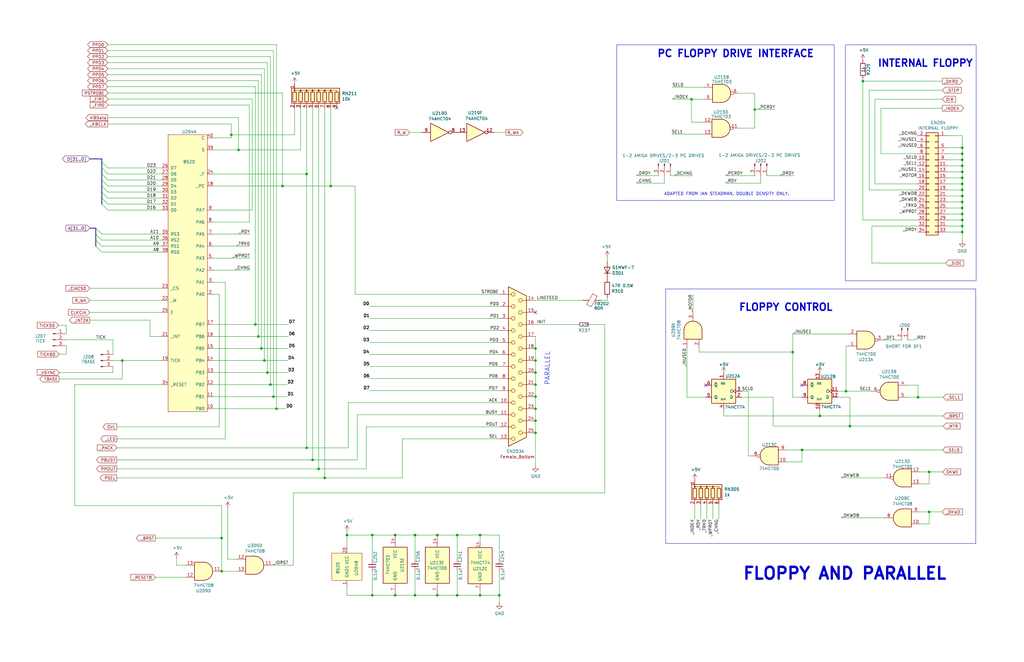
<source format=kicad_sch>
(kicad_sch (version 20231120) (generator "eeschema") (generator_version "8.0")
  (paper "B")
  (title_block (title "AMIGA PCI") (date "2025-01-11") (rev "5.0"))
  (junction (at 363.855 34.29))
  (junction (at 93.472 227.076))
  (junction (at 202.438 225.806))
  (junction (at 93.472 241.046))
  (junction (at 129.286 73.406))
  (junction (at 108.966 141.986))
  (junction (at 210.566 251.206))
  (junction (at 225.806 182.626))
  (junction (at 291.592 41.91))
  (junction (at 391.795 216.027))
  (junction (at 405.765 69.977))
  (junction (at 51.562 152.146))
  (junction (at 405.765 92.837))
  (junction (at 184.404 251.206))
  (junction (at 139.446 78.486))
  (junction (at 405.765 77.597))
  (junction (at 112.776 157.226))
  (junction (at 110.236 147.066))
  (junction (at 387.096 167.64))
  (junction (at 225.806 177.546))
  (junction (at 405.765 67.437))
  (junction (at 405.765 82.677))
  (junction (at 192.786 225.806))
  (junction (at 184.404 225.806))
  (junction (at 225.806 167.386))
  (junction (at 405.765 90.297))
  (junction (at 334.264 148.59))
  (junction (at 114.046 162.306))
  (junction (at 345.694 175.514))
  (junction (at 175.006 225.806))
  (junction (at 405.765 64.897))
  (junction (at 338.201 189.865))
  (junction (at 405.765 72.517))
  (junction (at 358.394 179.832))
  (junction (at 192.786 251.206))
  (junction (at 107.696 136.906))
  (junction (at 202.438 251.206))
  (junction (at 356.743 165.1))
  (junction (at 156.972 225.806))
  (junction (at 225.806 157.226))
  (junction (at 146.304 225.806))
  (junction (at 97.536 56.896))
  (junction (at 134.366 197.866))
  (junction (at 119.126 78.486))
  (junction (at 131.826 194.056))
  (junction (at 166.624 225.806))
  (junction (at 225.806 172.466))
  (junction (at 116.586 172.466))
  (junction (at 405.765 62.357))
  (junction (at 405.765 80.137))
  (junction (at 225.806 162.306))
  (junction (at 100.584 63.246))
  (junction (at 166.624 251.206))
  (junction (at 115.316 167.386))
  (junction (at 405.765 95.377))
  (junction (at 405.765 97.917))
  (junction (at 156.972 251.206))
  (junction (at 225.806 147.066))
  (junction (at 405.765 85.217))
  (junction (at 136.906 201.676))
  (junction (at 405.765 87.757))
  (junction (at 318.262 46.228))
  (junction (at 225.806 152.146))
  (junction (at 129.286 188.976))
  (junction (at 391.795 199.136))
  (junction (at 175.006 251.206))
  (junction (at 111.506 152.146))
  (junction (at 405.765 75.057))
  (no_connect (at 141.986 45.466))
  (no_connect (at 297.561 162.56))
  (no_connect (at 338.074 162.56))
  (no_connect (at 225.806 131.826))
  (bus_entry (at 45.466 75.946) (size -2.54 -2.54))
  (bus_entry (at 45.466 70.866) (size -2.54 -2.54))
  (bus_entry (at 45.466 86.106) (size -2.54 -2.54))
  (bus_entry (at 45.466 73.406) (size -2.54 -2.54))
  (bus_entry (at 42.926 98.806) (size -2.54 -2.54))
  (bus_entry (at 42.926 106.426) (size -2.54 -2.54))
  (bus_entry (at 45.466 88.646) (size -2.54 -2.54))
  (bus_entry (at 45.466 78.486) (size -2.54 -2.54))
  (bus_entry (at 42.926 103.886) (size -2.54 -2.54))
  (bus_entry (at 45.466 81.026) (size -2.54 -2.54))
  (bus_entry (at 42.926 101.346) (size -2.54 -2.54))
  (bus_entry (at 45.466 83.566) (size -2.54 -2.54))
  (wire (pts (xy 399.415 75.057) (xy 405.765 75.057)))
  (wire (pts (xy 358.394 179.832) (xy 326.009 179.832)))
  (wire (pts (xy 371.475 64.897) (xy 371.475 45.72)))
  (wire (pts (xy 283.21 56.642) (xy 296.418 56.642)))
  (wire (pts (xy 155.956 159.766) (xy 210.566 159.766)))
  (wire (pts (xy 280.162 74.168) (xy 280.162 77.343)))
  (wire (pts (xy 256.032 125.476) (xy 256.032 126.746)))
  (wire (pts (xy 280.162 77.343) (xy 268.351 77.343)))
  (wire (pts (xy 331.978 194.945) (xy 338.201 194.945)))
  (wire (pts (xy 45.466 23.876) (xy 114.046 23.876)))
  (wire (pts (xy 405.765 95.377) (xy 405.765 97.917)))
  (wire (pts (xy 27.94 145.923) (xy 27.432 145.923)))
  (bus (pts (xy 42.926 68.326) (xy 42.926 70.866)))
  (wire (pts (xy 123.698 208.026) (xy 255.016 208.026)))
  (wire (pts (xy 139.446 45.466) (xy 139.446 78.486)))
  (wire (pts (xy 45.466 70.866) (xy 68.326 70.866)))
  (wire (pts (xy 399.415 85.217) (xy 405.765 85.217)))
  (wire (pts (xy 154.432 180.086) (xy 154.432 197.866)))
  (wire (pts (xy 155.956 164.846) (xy 210.566 164.846)))
  (wire (pts (xy 89.916 58.166) (xy 97.536 58.166)))
  (wire (pts (xy 107.696 136.906) (xy 121.666 136.906)))
  (wire (pts (xy 110.236 147.066) (xy 89.916 147.066)))
  (wire (pts (xy 334.264 140.97) (xy 334.264 148.59)))
  (wire (pts (xy 334.264 167.64) (xy 334.264 148.59)))
  (wire (pts (xy 106.426 88.646) (xy 89.916 88.646)))
  (wire (pts (xy 399.415 82.677) (xy 405.765 82.677)))
  (wire (pts (xy 399.415 64.897) (xy 405.765 64.897)))
  (wire (pts (xy 45.466 34.036) (xy 108.966 34.036)))
  (wire (pts (xy 386.715 77.597) (xy 368.935 77.597)))
  (wire (pts (xy 382.778 143.51) (xy 385.699 143.51)))
  (wire (pts (xy 405.765 69.977) (xy 405.765 72.517)))
  (wire (pts (xy 97.536 58.166) (xy 97.536 56.896)))
  (wire (pts (xy 49.276 188.976) (xy 129.286 188.976)))
  (wire (pts (xy 124.206 56.896) (xy 97.536 56.896)))
  (wire (pts (xy 282.702 74.168) (xy 291.973 74.168)))
  (wire (pts (xy 24.892 159.893) (xy 51.562 159.893)))
  (wire (pts (xy 169.672 185.166) (xy 169.672 201.676)))
  (wire (pts (xy 213.36 55.88) (xy 208.28 55.88)))
  (wire (pts (xy 391.795 221.107) (xy 391.795 216.027)))
  (wire (pts (xy 108.966 34.036) (xy 108.966 141.986)))
  (wire (pts (xy 399.415 80.137) (xy 405.765 80.137)))
  (wire (pts (xy 105.156 44.323) (xy 45.593 44.323)))
  (wire (pts (xy 368.935 41.91) (xy 397.383 41.91)))
  (bus (pts (xy 37.846 96.266) (xy 40.386 96.266)))
  (wire (pts (xy 63.246 135.128) (xy 37.846 135.128)))
  (wire (pts (xy 47.625 152.146) (xy 51.562 152.146)))
  (wire (pts (xy 405.765 67.437) (xy 405.765 69.977)))
  (wire (pts (xy 311.658 54.102) (xy 318.262 54.102)))
  (wire (pts (xy 366.522 80.137) (xy 366.522 38.1)))
  (wire (pts (xy 300.609 212.725) (xy 300.609 219.075)))
  (wire (pts (xy 318.262 46.228) (xy 318.262 39.37)))
  (bus (pts (xy 40.386 101.346) (xy 40.386 103.886)))
  (wire (pts (xy 399.415 77.597) (xy 405.765 77.597)))
  (wire (pts (xy 45.466 73.406) (xy 68.326 73.406)))
  (wire (pts (xy 89.916 93.726) (xy 105.156 93.726)))
  (wire (pts (xy 124.206 45.466) (xy 124.206 56.896)))
  (wire (pts (xy 114.046 23.876) (xy 114.046 162.306)))
  (wire (pts (xy 65.532 227.076) (xy 93.472 227.076)))
  (wire (pts (xy 96.012 214.376) (xy 96.012 235.966)))
  (wire (pts (xy 405.765 72.517) (xy 405.765 75.057)))
  (wire (pts (xy 192.786 251.206) (xy 202.438 251.206)))
  (wire (pts (xy 326.009 179.832) (xy 326.009 167.64)))
  (wire (pts (xy 363.855 33.147) (xy 363.855 34.29)))
  (wire (pts (xy 97.536 56.896) (xy 97.536 52.324)))
  (wire (pts (xy 253.365 126.746) (xy 256.032 126.746)))
  (wire (pts (xy 42.926 106.426) (xy 68.326 106.426)))
  (wire (pts (xy 175.006 251.206) (xy 184.404 251.206)))
  (wire (pts (xy 334.264 148.59) (xy 294.767 148.59)))
  (wire (pts (xy 45.593 41.783) (xy 106.426 41.783)))
  (wire (pts (xy 225.806 167.386) (xy 225.806 172.466)))
  (wire (pts (xy 27.94 149.479) (xy 24.892 149.479)))
  (wire (pts (xy 146.812 169.926) (xy 146.812 188.976)))
  (wire (pts (xy 202.438 225.806) (xy 202.438 228.6)))
  (wire (pts (xy 386.715 64.897) (xy 371.475 64.897)))
  (wire (pts (xy 45.466 26.416) (xy 112.776 26.416)))
  (wire (pts (xy 27.94 140.843) (xy 27.432 140.843)))
  (wire (pts (xy 184.404 225.806) (xy 192.786 225.806)))
  (wire (pts (xy 146.304 251.206) (xy 146.304 247.396)))
  (wire (pts (xy 405.765 92.837) (xy 405.765 95.377)))
  (wire (pts (xy 315.595 192.405) (xy 316.738 192.405)))
  (wire (pts (xy 121.666 141.986) (xy 108.966 141.986)))
  (wire (pts (xy 318.262 74.168) (xy 305.943 74.168)))
  (wire (pts (xy 49.276 201.676) (xy 136.906 201.676)))
  (wire (pts (xy 318.262 39.37) (xy 311.912 39.37)))
  (wire (pts (xy 289.687 146.939) (xy 289.687 167.64)))
  (wire (pts (xy 97.536 52.324) (xy 45.466 52.324)))
  (wire (pts (xy 371.475 45.72) (xy 397.383 45.72)))
  (wire (pts (xy 169.672 201.676) (xy 136.906 201.676)))
  (wire (pts (xy 225.806 157.226) (xy 225.806 162.306)))
  (wire (pts (xy 387.096 167.64) (xy 397.764 167.64)))
  (wire (pts (xy 405.765 82.677) (xy 405.765 85.217)))
  (wire (pts (xy 74.422 235.585) (xy 74.422 238.506)))
  (wire (pts (xy 382.524 167.64) (xy 387.096 167.64)))
  (wire (pts (xy 68.326 75.946) (xy 45.466 75.946)))
  (wire (pts (xy 121.666 147.066) (xy 110.236 147.066)))
  (wire (pts (xy 353.314 167.64) (xy 358.394 167.64)))
  (wire (pts (xy 112.776 157.226) (xy 89.916 157.226)))
  (wire (pts (xy 399.415 69.977) (xy 405.765 69.977)))
  (wire (pts (xy 63.246 141.986) (xy 63.246 135.128)))
  (wire (pts (xy 116.586 18.796) (xy 116.586 172.466)))
  (wire (pts (xy 146.812 169.926) (xy 210.566 169.926)))
  (bus (pts (xy 42.926 83.566) (xy 42.926 86.106)))
  (wire (pts (xy 391.795 204.216) (xy 391.795 199.136)))
  (wire (pts (xy 338.201 189.865) (xy 397.51 189.865)))
  (wire (pts (xy 51.562 152.146) (xy 68.326 152.146)))
  (wire (pts (xy 166.624 251.206) (xy 175.006 251.206)))
  (wire (pts (xy 399.415 87.757) (xy 405.765 87.757)))
  (wire (pts (xy 405.765 64.897) (xy 405.765 67.437)))
  (wire (pts (xy 105.156 93.726) (xy 105.156 44.323)))
  (wire (pts (xy 172.72 55.88) (xy 177.8 55.88)))
  (wire (pts (xy 89.916 63.246) (xy 100.584 63.246)))
  (wire (pts (xy 312.801 165.1) (xy 315.595 165.1)))
  (wire (pts (xy 202.438 225.806) (xy 210.566 225.806)))
  (wire (pts (xy 45.466 78.486) (xy 68.326 78.486)))
  (wire (pts (xy 225.806 182.626) (xy 225.806 196.596)))
  (wire (pts (xy 149.733 78.486) (xy 149.733 124.206)))
  (bus (pts (xy 40.386 98.806) (xy 40.386 101.346)))
  (wire (pts (xy 318.262 46.228) (xy 318.262 54.102)))
  (wire (pts (xy 68.326 131.826) (xy 37.846 131.826)))
  (wire (pts (xy 156.972 241.3) (xy 156.972 251.206)))
  (wire (pts (xy 255.016 136.906) (xy 255.016 208.026)))
  (wire (pts (xy 42.926 101.346) (xy 68.326 101.346)))
  (wire (pts (xy 345.694 172.72) (xy 345.694 175.514)))
  (wire (pts (xy 192.786 225.806) (xy 202.438 225.806)))
  (wire (pts (xy 115.316 167.386) (xy 121.158 167.386)))
  (wire (pts (xy 154.432 197.866) (xy 134.366 197.866)))
  (wire (pts (xy 345.694 175.514) (xy 397.764 175.514)))
  (wire (pts (xy 291.592 41.91) (xy 291.592 51.562)))
  (wire (pts (xy 399.415 57.277) (xy 405.765 57.277)))
  (wire (pts (xy 89.916 114.046) (xy 105.41 114.046)))
  (wire (pts (xy 68.326 141.986) (xy 63.246 141.986)))
  (wire (pts (xy 399.415 72.517) (xy 405.765 72.517)))
  (wire (pts (xy 387.096 162.56) (xy 387.096 167.64)))
  (wire (pts (xy 399.415 90.297) (xy 405.765 90.297)))
  (wire (pts (xy 368.935 77.597) (xy 368.935 41.91)))
  (wire (pts (xy 92.456 180.086) (xy 92.456 124.206)))
  (wire (pts (xy 225.806 162.306) (xy 225.806 167.386)))
  (bus (pts (xy 42.926 75.946) (xy 42.926 78.486)))
  (wire (pts (xy 292.989 212.725) (xy 292.989 219.075)))
  (wire (pts (xy 225.806 172.466) (xy 225.806 177.546)))
  (wire (pts (xy 338.201 194.945) (xy 338.201 189.865)))
  (wire (pts (xy 155.956 154.686) (xy 210.566 154.686)))
  (wire (pts (xy 366.522 38.1) (xy 397.383 38.1)))
  (wire (pts (xy 294.767 148.59) (xy 294.767 146.939)))
  (wire (pts (xy 107.696 36.576) (xy 107.696 136.906)))
  (wire (pts (xy 134.366 45.466) (xy 134.366 197.866)))
  (wire (pts (xy 175.006 235.966) (xy 175.006 225.806)))
  (wire (pts (xy 354.711 201.676) (xy 372.872 201.676)))
  (wire (pts (xy 386.715 95.377) (xy 367.665 95.377)))
  (wire (pts (xy 248.793 136.906) (xy 255.016 136.906)))
  (wire (pts (xy 405.765 62.357) (xy 405.765 64.897)))
  (wire (pts (xy 320.802 74.168) (xy 320.802 77.343)))
  (wire (pts (xy 399.415 97.917) (xy 405.765 97.917)))
  (wire (pts (xy 356.743 146.05) (xy 356.743 165.1)))
  (wire (pts (xy 92.456 124.206) (xy 89.916 124.206)))
  (wire (pts (xy 126.746 45.466) (xy 126.746 63.246)))
  (wire (pts (xy 94.996 185.166) (xy 49.276 185.166)))
  (wire (pts (xy 388.112 221.107) (xy 391.795 221.107)))
  (wire (pts (xy 111.506 152.146) (xy 121.412 152.146)))
  (wire (pts (xy 108.966 141.986) (xy 89.916 141.986)))
  (wire (pts (xy 45.466 28.956) (xy 111.506 28.956)))
  (wire (pts (xy 175.006 241.046) (xy 175.006 251.206)))
  (wire (pts (xy 367.665 95.377) (xy 367.665 110.998)))
  (wire (pts (xy 156.972 225.806) (xy 166.624 225.806)))
  (wire (pts (xy 99.822 235.966) (xy 96.012 235.966)))
  (wire (pts (xy 123.698 238.506) (xy 123.698 208.026)))
  (wire (pts (xy 27.432 143.383) (xy 47.625 143.383)))
  (wire (pts (xy 129.286 73.406) (xy 129.286 188.976)))
  (wire (pts (xy 175.006 225.806) (xy 184.404 225.806)))
  (wire (pts (xy 45.466 88.646) (xy 68.326 88.646)))
  (wire (pts (xy 298.069 212.725) (xy 298.069 219.075)))
  (wire (pts (xy 68.326 81.026) (xy 45.466 81.026)))
  (wire (pts (xy 27.94 149.479) (xy 27.94 145.923)))
  (wire (pts (xy 93.472 227.076) (xy 93.472 241.046)))
  (wire (pts (xy 156.972 236.22) (xy 156.972 225.806)))
  (wire (pts (xy 93.472 241.046) (xy 99.822 241.046)))
  (wire (pts (xy 25.019 157.226) (xy 47.625 157.226)))
  (wire (pts (xy 155.956 134.366) (xy 210.566 134.366)))
  (wire (pts (xy 192.786 241.046) (xy 192.786 251.206)))
  (bus (pts (xy 40.386 96.266) (xy 40.386 98.806)))
  (wire (pts (xy 225.806 152.146) (xy 225.806 157.226)))
  (wire (pts (xy 93.472 213.36) (xy 31.496 213.36)))
  (wire (pts (xy 225.806 147.066) (xy 225.806 152.146)))
  (wire (pts (xy 45.593 39.243) (xy 119.126 39.243)))
  (wire (pts (xy 114.046 162.306) (xy 89.916 162.306)))
  (wire (pts (xy 112.776 157.226) (xy 121.412 157.226)))
  (wire (pts (xy 131.826 45.466) (xy 131.826 194.056)))
  (wire (pts (xy 405.765 97.917) (xy 405.765 101.727)))
  (wire (pts (xy 31.496 162.306) (xy 68.326 162.306)))
  (wire (pts (xy 291.592 51.562) (xy 296.418 51.562)))
  (wire (pts (xy 27.94 137.287) (xy 27.94 140.843)))
  (wire (pts (xy 166.624 225.806) (xy 175.006 225.806)))
  (wire (pts (xy 156.972 251.206) (xy 166.624 251.206)))
  (wire (pts (xy 391.795 216.027) (xy 388.112 216.027)))
  (wire (pts (xy 49.276 197.866) (xy 134.366 197.866)))
  (wire (pts (xy 399.415 62.357) (xy 405.765 62.357)))
  (wire (pts (xy 27.94 137.287) (xy 24.638 137.287)))
  (wire (pts (xy 210.566 254.508) (xy 210.566 251.206)))
  (wire (pts (xy 405.765 87.757) (xy 405.765 90.297)))
  (wire (pts (xy 146.812 188.976) (xy 129.286 188.976)))
  (wire (pts (xy 47.625 157.226) (xy 47.625 154.686)))
  (wire (pts (xy 334.899 74.168) (xy 323.342 74.168)))
  (wire (pts (xy 256.032 108.458) (xy 256.032 110.236)))
  (wire (pts (xy 149.733 124.206) (xy 210.566 124.206)))
  (wire (pts (xy 386.715 80.137) (xy 366.522 80.137)))
  (wire (pts (xy 45.466 31.496) (xy 110.236 31.496)))
  (wire (pts (xy 31.496 213.36) (xy 31.496 162.306)))
  (wire (pts (xy 116.586 172.466) (xy 89.916 172.466)))
  (wire (pts (xy 89.916 119.126) (xy 94.996 119.126)))
  (wire (pts (xy 405.765 77.597) (xy 405.765 80.137)))
  (wire (pts (xy 115.316 167.386) (xy 89.916 167.386)))
  (wire (pts (xy 399.415 67.437) (xy 405.765 67.437)))
  (wire (pts (xy 116.586 172.466) (xy 120.65 172.466)))
  (wire (pts (xy 37.846 121.666) (xy 68.326 121.666)))
  (wire (pts (xy 45.466 83.566) (xy 68.326 83.566)))
  (wire (pts (xy 363.855 34.29) (xy 397.383 34.29)))
  (wire (pts (xy 107.696 136.906) (xy 89.916 136.906)))
  (wire (pts (xy 353.314 165.1) (xy 356.743 165.1)))
  (wire (pts (xy 372.745 143.51) (xy 380.238 143.51)))
  (wire (pts (xy 42.926 98.806) (xy 68.326 98.806)))
  (wire (pts (xy 51.562 159.893) (xy 51.562 152.146)))
  (wire (pts (xy 49.276 180.086) (xy 92.456 180.086)))
  (wire (pts (xy 225.806 136.906) (xy 243.713 136.906)))
  (wire (pts (xy 155.829 129.286) (xy 210.566 129.286)))
  (wire (pts (xy 382.524 162.56) (xy 387.096 162.56)))
  (wire (pts (xy 295.529 212.725) (xy 295.529 219.075)))
  (wire (pts (xy 169.672 185.166) (xy 210.566 185.166)))
  (wire (pts (xy 150.622 175.006) (xy 210.566 175.006)))
  (wire (pts (xy 89.916 152.146) (xy 111.506 152.146)))
  (wire (pts (xy 202.438 251.206) (xy 210.566 251.206)))
  (wire (pts (xy 225.806 141.986) (xy 225.806 147.066)))
  (wire (pts (xy 331.978 189.865) (xy 338.201 189.865)))
  (wire (pts (xy 225.806 177.546) (xy 225.806 182.626)))
  (bus (pts (xy 42.926 73.406) (xy 42.926 75.946)))
  (wire (pts (xy 388.112 199.136) (xy 391.795 199.136)))
  (wire (pts (xy 210.566 235.966) (xy 210.566 225.806)))
  (wire (pts (xy 156.972 225.806) (xy 146.304 225.806)))
  (wire (pts (xy 405.765 75.057) (xy 405.765 77.597)))
  (wire (pts (xy 115.316 21.336) (xy 115.316 167.386)))
  (wire (pts (xy 305.181 175.514) (xy 345.694 175.514)))
  (wire (pts (xy 283.464 41.91) (xy 291.592 41.91)))
  (wire (pts (xy 112.776 26.416) (xy 112.776 157.226)))
  (wire (pts (xy 268.351 74.168) (xy 277.622 74.168)))
  (wire (pts (xy 292.227 124.206) (xy 292.227 131.699)))
  (wire (pts (xy 397.256 216.027) (xy 391.795 216.027)))
  (wire (pts (xy 89.916 78.486) (xy 119.126 78.486)))
  (wire (pts (xy 405.765 90.297) (xy 405.765 92.837)))
  (wire (pts (xy 356.743 146.05) (xy 357.505 146.05)))
  (wire (pts (xy 146.304 225.806) (xy 146.304 230.886)))
  (wire (pts (xy 399.415 95.377) (xy 405.765 95.377)))
  (wire (pts (xy 318.262 46.228) (xy 326.898 46.228)))
  (bus (pts (xy 42.926 81.026) (xy 42.926 83.566)))
  (wire (pts (xy 45.466 36.576) (xy 107.696 36.576)))
  (bus (pts (xy 42.926 78.486) (xy 42.926 81.026)))
  (wire (pts (xy 338.074 167.64) (xy 334.264 167.64)))
  (wire (pts (xy 45.466 18.796) (xy 116.586 18.796)))
  (wire (pts (xy 296.672 41.91) (xy 291.592 41.91)))
  (wire (pts (xy 289.687 167.64) (xy 297.561 167.64)))
  (wire (pts (xy 358.394 179.832) (xy 397.764 179.832)))
  (wire (pts (xy 106.426 41.783) (xy 106.426 88.646)))
  (wire (pts (xy 315.595 165.1) (xy 315.595 192.405)))
  (wire (pts (xy 399.415 92.837) (xy 405.765 92.837)))
  (wire (pts (xy 94.996 119.126) (xy 94.996 185.166)))
  (wire (pts (xy 139.446 78.486) (xy 149.733 78.486)))
  (wire (pts (xy 225.806 126.746) (xy 245.745 126.746)))
  (wire (pts (xy 68.326 86.106) (xy 45.466 86.106)))
  (wire (pts (xy 405.765 57.277) (xy 405.765 62.357)))
  (wire (pts (xy 74.422 238.506) (xy 78.232 238.506)))
  (wire (pts (xy 110.236 31.496) (xy 110.236 147.066)))
  (wire (pts (xy 320.802 77.343) (xy 305.943 77.343)))
  (wire (pts (xy 202.438 251.206) (xy 202.438 248.92)))
  (bus (pts (xy 42.926 70.866) (xy 42.926 73.406)))
  (wire (pts (xy 89.916 103.886) (xy 105.41 103.886)))
  (wire (pts (xy 136.906 45.466) (xy 136.906 201.676)))
  (wire (pts (xy 150.622 194.056) (xy 131.826 194.056)))
  (wire (pts (xy 89.916 73.406) (xy 129.286 73.406)))
  (wire (pts (xy 356.743 165.1) (xy 367.284 165.1)))
  (wire (pts (xy 303.149 212.725) (xy 303.149 219.075)))
  (wire (pts (xy 100.584 63.246) (xy 100.584 49.657)))
  (wire (pts (xy 155.829 139.446) (xy 210.566 139.446)))
  (wire (pts (xy 367.665 110.998) (xy 398.78 110.998)))
  (wire (pts (xy 388.112 204.216) (xy 391.795 204.216)))
  (wire (pts (xy 119.126 39.243) (xy 119.126 78.486)))
  (wire (pts (xy 45.466 49.657) (xy 100.584 49.657)))
  (wire (pts (xy 45.466 21.336) (xy 115.316 21.336)))
  (wire (pts (xy 115.062 238.506) (xy 123.698 238.506)))
  (wire (pts (xy 65.532 243.586) (xy 78.232 243.586)))
  (wire (pts (xy 210.566 241.046) (xy 210.566 251.206)))
  (wire (pts (xy 156.972 251.206) (xy 146.304 251.206)))
  (wire (pts (xy 405.765 80.137) (xy 405.765 82.677)))
  (wire (pts (xy 192.786 235.966) (xy 192.786 225.806)))
  (wire (pts (xy 334.264 140.97) (xy 357.505 140.97)))
  (wire (pts (xy 386.715 92.837) (xy 363.855 92.837)))
  (wire (pts (xy 305.181 175.514) (xy 305.181 172.72)))
  (wire (pts (xy 326.009 167.64) (xy 312.801 167.64)))
  (wire (pts (xy 119.126 78.486) (xy 139.446 78.486)))
  (wire (pts (xy 391.795 199.136) (xy 397.51 199.136)))
  (wire (pts (xy 405.765 85.217) (xy 405.765 87.757)))
  (wire (pts (xy 358.394 167.64) (xy 358.394 179.832)))
  (wire (pts (xy 155.829 149.606) (xy 210.566 149.606)))
  (wire (pts (xy 184.404 251.206) (xy 192.786 251.206)))
  (bus (pts (xy 42.926 67.056) (xy 37.846 67.056)))
  (wire (pts (xy 89.916 98.806) (xy 105.41 98.806)))
  (wire (pts (xy 111.506 28.956) (xy 111.506 152.146)))
  (wire (pts (xy 155.829 144.526) (xy 210.566 144.526)))
  (bus (pts (xy 42.926 67.056) (xy 42.926 68.326)))
  (wire (pts (xy 47.625 143.383) (xy 47.625 149.606)))
  (wire (pts (xy 154.432 180.086) (xy 210.566 180.086)))
  (wire (pts (xy 49.276 194.056) (xy 131.826 194.056)))
  (wire (pts (xy 100.584 63.246) (xy 126.746 63.246)))
  (wire (pts (xy 89.916 108.966) (xy 105.41 108.966)))
  (wire (pts (xy 37.846 126.746) (xy 68.326 126.746)))
  (wire (pts (xy 283.464 36.83) (xy 296.672 36.83)))
  (wire (pts (xy 93.472 227.076) (xy 93.472 213.36)))
  (wire (pts (xy 129.286 45.466) (xy 129.286 73.406)))
  (wire (pts (xy 150.622 175.006) (xy 150.622 194.056)))
  (wire (pts (xy 363.855 34.29) (xy 363.855 92.837)))
  (wire (pts (xy 68.326 103.886) (xy 42.926 103.886)))
  (wire (pts (xy 114.046 162.306) (xy 121.158 162.306)))
  (wire (pts (xy 354.711 218.567) (xy 372.872 218.567)))
  (wire (pts (xy 146.304 224.282) (xy 146.304 225.806)))
  (rectangle (start 280.67 121.92) (end 411.48 229.362))
  (rectangle (start 260.096 18.923) (end 351.79 84.582))
  (rectangle (start 356.489 18.923) (end 411.607 118.491))
  (text "FLOPPY AND PARALLEL" (at 312.928 245.11 0) (effects (font (size 5.0038 5.0038) (thickness 1.0008) (bold yes)) (justify left bottom)))
  (text "PC FLOPPY DRIVE INTERFACE" (at 276.987 24.511 0) (effects (font (size 3 3) (thickness 0.6) (bold yes)) (justify left bottom)))
  (text "ADAPTED FROM IAN STEADMAN. DOUBLE DENSITY ONLY." (at 280.035 82.677 0) (effects (font (size 1.27 1.27)) (justify left bottom)))
  (text "INTERNAL FLOPPY" (at 369.951 28.575 0) (effects (font (size 3 3) (thickness 0.6) (bold yes)) (justify left bottom)))
  (text "PARALLEL" (at 232.029 148.336 90) (effects (font (size 2.0066 2.0066)) (justify right bottom)))
  (text "FLOPPY CONTROL" (at 311.404 131.572 0) (effects (font (size 3 3) (bold yes)) (justify left bottom)))
  (label "D1" (at 155.956 134.366 180) (effects (font (bold yes))))
  (label "D4" (at 155.829 149.606 180) (effects (font (bold yes))))
  (label "_TRK0" (at 386.715 87.757 180))
  (label "_TRK0" (at 298.069 219.075 270))
  (label "_INDEX" (at 283.464 41.91 0))
  (label "LINEFEED" (at 226.314 126.746 0))
  (label "D2" (at 155.829 139.446 180) (effects (font (bold yes))))
  (label "SEL1" (at 367.284 165.1 180))
  (label "_DRDY" (at 386.715 97.917 180))
  (label "_SEL1" (at 386.715 69.977 180))
  (label "D7" (at 121.666 136.906 0) (effects (font (bold yes))))
  (label "PD1" (at 210.566 134.366 180))
  (label "A10" (at 67.056 101.346 180) (effects (font (size 1.2954 1.2954))))
  (label "D20" (at 65.786 78.486 180) (effects (font (size 1.2954 1.2954))))
  (label "PD6" (at 210.058 159.766 180))
  (label "_IORST" (at 115.062 238.506 0))
  (label "D21" (at 65.786 75.946 180) (effects (font (size 1.2954 1.2954))))
  (label "D3" (at 121.412 157.226 0) (effects (font (bold yes))))
  (label "SEL" (at 209.804 185.166 180))
  (label "_CHNG" (at 105.41 114.046 180))
  (label "_DRDY" (at 268.351 74.168 0))
  (label "PD7" (at 209.931 164.846 180))
  (label "D16" (at 65.786 88.646 180) (effects (font (size 1.2954 1.2954))))
  (label "D2" (at 121.158 162.306 0) (effects (font (bold yes))))
  (label "_DKWEB" (at 354.711 201.676 0))
  (label "A9" (at 67.056 103.886 180) (effects (font (size 1.2954 1.2954))))
  (label "_MOTOR" (at 292.227 124.206 270))
  (label "_WPROT" (at 300.609 219.075 270))
  (label "BUSY" (at 209.804 175.006 180))
  (label "PD2" (at 210.566 139.446 180))
  (label "D6" (at 121.666 141.986 0) (effects (font (bold yes))))
  (label "PD3" (at 210.312 144.526 180))
  (label "_MOTOR" (at 386.715 75.057 180))
  (label "_RDY" (at 305.943 77.343 0))
  (label "PD5" (at 210.058 154.686 180))
  (label "_RDY" (at 295.529 219.075 270))
  (label "_INUSE1" (at 386.715 59.817 180))
  (label "_SEL0" (at 386.715 67.437 180))
  (label "STROBE" (at 210.312 124.206 180))
  (label "_DCHNG" (at 386.715 57.277 180))
  (label "D0" (at 155.829 129.286 180) (effects (font (bold yes))))
  (label "PD0" (at 210.439 129.286 180))
  (label "_INUSE1" (at 386.715 72.517 180))
  (label "_CHNG" (at 303.149 219.075 270))
  (label "D4" (at 121.412 152.146 0) (effects (font (bold yes))))
  (label "_DCHNG" (at 291.973 74.168 180))
  (label "_INUSE0" (at 386.715 62.357 180))
  (label "_INDEX" (at 292.989 219.075 270))
  (label "INIT" (at 226.314 136.906 0))
  (label "D5" (at 121.666 147.066 0) (effects (font (bold yes))))
  (label "_DKWEB" (at 386.715 85.217 180))
  (label "D22" (at 65.786 73.406 180) (effects (font (size 1.2954 1.2954))))
  (label "D19" (at 65.786 81.026 180) (effects (font (size 1.2954 1.2954))))
  (label "_WPROT" (at 105.41 108.966 180))
  (label "_INUSE0" (at 289.687 146.939 270))
  (label "_PCRDY" (at 326.898 46.228 180))
  (label "_DKWDB" (at 354.711 218.567 0))
  (label "A11" (at 67.056 98.806 180) (effects (font (size 1.2954 1.2954))))
  (label "_WPROT" (at 386.715 90.297 180))
  (label "D23" (at 65.786 70.866 180) (effects (font (size 1.2954 1.2954))))
  (label "SEL0" (at 312.801 165.1 0))
  (label "_DRDY" (at 334.899 74.168 180))
  (label "_CHNG" (at 268.351 77.343 0))
  (label "_RDY" (at 105.41 98.806 180))
  (label "D0" (at 120.65 172.466 0) (effects (font (bold yes))))
  (label "PD4" (at 210.185 149.606 180))
  (label "_INUSE1" (at 334.264 140.97 0))
  (label "POUT" (at 209.931 180.086 180))
  (label "D17" (at 65.786 86.106 180) (effects (font (size 1.2954 1.2954))))
  (label "D1" (at 121.158 167.386 0) (effects (font (bold yes))))
  (label "D18" (at 65.786 83.566 180) (effects (font (size 1.2954 1.2954))))
  (label "A8" (at 67.056 106.426 180) (effects (font (size 1.2954 1.2954))))
  (label "D3" (at 155.829 144.526 180) (effects (font (bold yes))))
  (label "SEL0" (at 283.464 36.83 0))
  (label "TICK" (at 44.704 143.383 180))
  (label "_TRK0" (at 105.41 103.886 180))
  (label "_RDY" (at 385.699 143.51 0))
  (label "SEL1" (at 283.21 56.642 0))
  (label "D7" (at 155.956 164.846 180) (effects (font (bold yes))))
  (label "_PCRDY" (at 305.943 74.168 0))
  (label "_DF1" (at 372.745 143.51 0))
  (label "ACK" (at 209.931 169.926 180))
  (label "D5" (at 155.956 154.686 180) (effects (font (bold yes))))
  (label "_DKWDB" (at 386.715 82.677 180))
  (label "D6" (at 155.956 159.766 180) (effects (font (bold yes))))
  (global_label "PPOUT" (shape output) (at 49.276 197.866 180) (property "Intersheetrefs" "${INTERSHEET_REFS}" (at 40.2016 197.866 0) (effects (justify right))))
  (global_label "_VSYNC" (shape input) (at 25.019 157.226 180) (property "Intersheetrefs" "${INTERSHEET_REFS}" (at 20.32 154.813 0) (effects (justify right))))
  (global_label "PPD0" (shape bidirectional) (at 45.466 18.796 180) (property "Intersheetrefs" "${INTERSHEET_REFS}" (at 36.4294 18.796 0) (effects (justify right))))
  (global_label "PPD5" (shape bidirectional) (at 45.466 31.496 180) (property "Intersheetrefs" "${INTERSHEET_REFS}" (at 36.4294 31.496 0) (effects (justify right))))
  (global_label "PPD3" (shape bidirectional) (at 45.466 26.416 180) (property "Intersheetrefs" "${INTERSHEET_REFS}" (at 36.4294 26.416 0) (effects (justify right))))
  (global_label "_FIR1" (shape input) (at 45.593 41.783 180) (property "Intersheetrefs" "${INTERSHEET_REFS}" (at 37.5467 41.783 0) (effects (justify right))))
  (global_label "TBASE" (shape output) (at 24.892 159.893 180) (property "Intersheetrefs" "${INTERSHEET_REFS}" (at 16.3015 159.893 0) (effects (justify right))))
  (global_label "PPD2" (shape bidirectional) (at 45.466 23.876 180) (property "Intersheetrefs" "${INTERSHEET_REFS}" (at 36.4294 23.876 0) (effects (justify right))))
  (global_label "TICK50" (shape input) (at 24.638 137.287 180) (property "Intersheetrefs" "${INTERSHEET_REFS}" (at 17.018 137.287 0) (effects (justify right))))
  (global_label "_SEL1" (shape input) (at 397.764 167.64 0) (property "Intersheetrefs" "${INTERSHEET_REFS}" (at 406.2335 167.64 0) (effects (justify left))))
  (global_label "_INDEX" (shape output) (at 397.383 45.72 0) (property "Intersheetrefs" "${INTERSHEET_REFS}" (at 406.8202 45.72 0) (effects (justify left))))
  (global_label "_STEP" (shape input) (at 397.383 38.1 0) (property "Intersheetrefs" "${INTERSHEET_REFS}" (at 405.8525 38.1 0) (effects (justify left))))
  (global_label "_CIACS0" (shape input) (at 37.846 121.666 180) (property "Intersheetrefs" "${INTERSHEET_REFS}" (at 27.2408 121.666 0) (effects (justify right))))
  (global_label "_LED" (shape output) (at 49.276 185.166 180) (property "Intersheetrefs" "${INTERSHEET_REFS}" (at 41.9555 185.166 0) (effects (justify right))))
  (global_label "_RESETB" (shape input) (at 65.532 243.586 180) (property "Intersheetrefs" "${INTERSHEET_REFS}" (at 54.5641 243.586 0) (effects (justify right))))
  (global_label "DIR" (shape input) (at 397.383 41.91 0) (property "Intersheetrefs" "${INTERSHEET_REFS}" (at 403.4336 41.91 0) (effects (justify left))))
  (global_label "A[31..0]" (shape input) (at 37.846 96.266 180) (property "Intersheetrefs" "${INTERSHEET_REFS}" (at 40.005 93.345 0) (effects (justify right))))
  (global_label "_SEL0" (shape input) (at 397.51 189.865 0) (property "Intersheetrefs" "${INTERSHEET_REFS}" (at 405.9795 189.865 0) (effects (justify left))))
  (global_label "_DKRD" (shape output) (at 397.383 34.29 0) (property "Intersheetrefs" "${INTERSHEET_REFS}" (at 406.3364 34.29 0) (effects (justify left))))
  (global_label "_PACK" (shape input) (at 49.276 188.976 180) (property "Intersheetrefs" "${INTERSHEET_REFS}" (at 40.504 188.976 0) (effects (justify right))))
  (global_label "_INT2A" (shape output) (at 37.846 135.128 180) (property "Intersheetrefs" "${INTERSHEET_REFS}" (at 28.6922 135.128 0) (effects (justify right))))
  (global_label "_BRST" (shape output) (at 65.532 227.076 180) (property "Intersheetrefs" "${INTERSHEET_REFS}" (at 56.9415 227.076 0) (effects (justify right))))
  (global_label "_KBCLK" (shape output) (at 45.466 52.324 180) (property "Intersheetrefs" "${INTERSHEET_REFS}" (at 35.4845 52.324 0) (effects (justify right))))
  (global_label "PPD4" (shape bidirectional) (at 45.466 28.956 180) (property "Intersheetrefs" "${INTERSHEET_REFS}" (at 36.4294 28.956 0) (effects (justify right))))
  (global_label "PPD1" (shape bidirectional) (at 45.466 21.336 180) (property "Intersheetrefs" "${INTERSHEET_REFS}" (at 36.4294 21.336 0) (effects (justify right))))
  (global_label "PBUSY" (shape output) (at 49.276 194.056 180) (property "Intersheetrefs" "${INTERSHEET_REFS}" (at 40.2016 194.056 0) (effects (justify right))))
  (global_label "D[31..0]" (shape bidirectional) (at 37.846 67.056 180) (effects (font (size 1.2954 1.2954))) (property "Intersheetrefs" "${INTERSHEET_REFS}" (at 42.545 64.008 0) (effects (justify right))))
  (global_label "R_WA" (shape output) (at 213.36 55.88 0) (property "Intersheetrefs" "${INTERSHEET_REFS}" (at 221.488 56.134 0) (effects (justify left))))
  (global_label "_SIDE" (shape input) (at 398.78 110.998 0) (property "Intersheetrefs" "${INTERSHEET_REFS}" (at 406.8867 110.998 0) (effects (justify left))))
  (global_label "TICK60" (shape input) (at 24.892 149.479 180) (property "Intersheetrefs" "${INTERSHEET_REFS}" (at 17.526 149.479 0) (effects (justify right))))
  (global_label "PSEL" (shape output) (at 49.276 201.676 180) (property "Intersheetrefs" "${INTERSHEET_REFS}" (at 41.7136 201.676 0) (effects (justify right))))
  (global_label "_DKWD" (shape input) (at 397.256 216.027 0) (property "Intersheetrefs" "${INTERSHEET_REFS}" (at 406.3908 216.027 0) (effects (justify left))))
  (global_label "PPD7" (shape bidirectional) (at 45.466 36.576 180) (property "Intersheetrefs" "${INTERSHEET_REFS}" (at 36.4294 36.576 0) (effects (justify right))))
  (global_label "CLKCIA" (shape input) (at 37.846 131.826 180) (property "Intersheetrefs" "${INTERSHEET_REFS}" (at 28.4087 131.826 0) (effects (justify right))))
  (global_label "R_W" (shape input) (at 172.72 55.88 180) (property "Intersheetrefs" "${INTERSHEET_REFS}" (at 166.624 55.88 0) (effects (justify right))))
  (global_label "PPD6" (shape bidirectional) (at 45.466 34.036 180) (property "Intersheetrefs" "${INTERSHEET_REFS}" (at 36.4294 34.036 0) (effects (justify right))))
  (global_label "OVL" (shape output) (at 49.276 180.086 180) (property "Intersheetrefs" "${INTERSHEET_REFS}" (at 42.923 180.086 0) (effects (justify right))))
  (global_label "_MTR" (shape input) (at 397.764 179.832 0) (property "Intersheetrefs" "${INTERSHEET_REFS}" (at 405.3264 179.832 0) (effects (justify left))))
  (global_label "DKWE" (shape input) (at 397.51 199.136 0) (property "Intersheetrefs" "${INTERSHEET_REFS}" (at 405.5562 199.136 0) (effects (justify left))))
  (global_label "KBData" (shape output) (at 45.466 49.657 180) (property "Intersheetrefs" "${INTERSHEET_REFS}" (at 35.7265 49.657 0) (effects (justify right))))
  (global_label "R_WA" (shape input) (at 37.846 126.746 180) (property "Intersheetrefs" "${INTERSHEET_REFS}" (at 31.75 126.746 0) (effects (justify right))))
  (global_label "_FIR0" (shape input) (at 45.593 44.323 180) (property "Intersheetrefs" "${INTERSHEET_REFS}" (at 37.5467 44.323 0) (effects (justify right))))
  (global_label "PSTROBE" (shape input) (at 45.593 39.243 180) (property "Intersheetrefs" "${INTERSHEET_REFS}" (at 34.2206 39.243 0) (effects (justify right))))
  (global_label "_BRST" (shape input) (at 397.764 175.514 0) (property "Intersheetrefs" "${INTERSHEET_REFS}" (at 406.3545 175.514 0) (effects (justify left))))
  (symbol (lib_id "power:+5V") (at 345.694 157.48 0) (unit 1)
    (property "Reference" "#PWR0131" (effects (hide yes)))
    (property "Value" "+5V" (at 345.694 153.797 0))
    (instances (project "AmigaPCI Mainboard" (path "" (reference "#PWR0131") (unit 1))) (project "2000ATX" (path "" (reference "#PWR0373") (unit 1))))
  )
  (symbol (lib_id "Device:R_Network08") (at 134.366 40.386 0) (unit 1)
    (property "Reference" "RN211" (at 144.145 39.4716 0) (effects (justify left)))
    (property "Value" "10k" (at 144.145 41.783 0) (effects (justify left)))
    (property "Footprint" "Resistor_THT:R_Array_SIP9" (effects (hide yes)))
    (property "Datasheet" "http://www.vishay.com/docs/31509/csc.pdf" (effects (hide yes)))
    (instances (project "AmigaPCI Mainboard" (path "" (reference "RN211") (unit 1))) (project "2000ATX" (path "" (reference "RN300") (unit 1))))
  )
  (symbol (lib_id "Diode:1N4001") (at 256.032 114.046 270) (mirror x) (unit 1)
    (property "Reference" "D301" (at 258.064 115.2144 90) (effects (justify left)))
    (property "Value" "S1MWF-7" (at 258.064 112.903 90) (effects (justify left)))
    (property "Footprint" "Diode_SMD:D_SOD-123F" (effects (hide yes)))
    (property "Datasheet" "http://www.vishay.com/docs/88503/1n4001.pdf" (effects (hide yes)))
  )
  (symbol (lib_id "power:+5V") (at 124.206 35.306 0) (unit 1)
    (property "Reference" "#PWR0117" (effects (hide yes)))
    (property "Value" "+5V" (at 124.587 30.9118 0))
    (instances (project "AmigaPCI Mainboard" (path "" (reference "#PWR0117") (unit 1))) (project "2000ATX" (path "" (reference "#PWR0363") (unit 1))))
  )
  (symbol (lib_id "Connector:Conn_01x03_Pin") (at 280.162 69.088 270) (unit 1)
    (property "Reference" "J201" (at 282.448 67.818 90) (effects (justify right)))
    (property "Value" "1-2 AMIGA DRIVES/2-3 PC DRIVES" (at 297.053 65.659 90) (effects (justify right)))
    (property "Footprint" "Connector_PinHeader_2.54mm:PinHeader_1x03_P2.54mm_Vertical" (effects (hide yes)))
    (instances (project "AmigaPCI Mainboard" (path "" (reference "J201") (unit 1))) (project "2000ATX" (path "" (reference "J301") (unit 1)) (path "" (reference "J301") (unit 1))))
  )
  (symbol (lib_id "power:+5V") (at 292.989 202.565 0) (unit 1)
    (property "Reference" "#PWR0123" (effects (hide yes)))
    (property "Value" "+5V" (at 293.37 198.1708 0))
    (instances (project "AmigaPCI Mainboard" (path "" (reference "#PWR0123") (unit 1))) (project "2000ATX" (path "" (reference "#PWR0376") (unit 1))))
  )
  (symbol (lib_id "AmigaPCI-Symbols:MOS 8520") (at 79.756 108.966 0) (unit 1)
    (property "Reference" "U204" (at 79.756 55.626 0))
    (property "Value" "8520" (at 79.756 68.326 0))
    (property "Footprint" "Package_DIP:DIP-40_W15.24mm_Socket" (effects (hide yes)))
    (instances (project "AmigaPCI Mainboard" (path "" (reference "U204") (unit 1))) (project "2000ATX" (path "" (reference "U300") (unit 1))))
  )
  (symbol (lib_id "Device:C_Small") (at 175.006 238.506 180) (unit 1)
    (property "Reference" "C256" (at 176.276 237.49 90) (effects (justify right)))
    (property "Value" "0.1uF" (at 176.403 244.856 90) (effects (justify right)))
    (property "Footprint" "Capacitor_SMD:C_0603_1608Metric" (effects (hide yes)))
    (instances (project "AmigaPCI Mainboard" (path "" (reference "C256") (unit 1))) (project "2000ATX" (path "" (reference "C203") (unit 1))))
  )
  (symbol (lib_id "Device:R") (at 363.855 29.337 0) (unit 1)
    (property "Reference" "R225" (at 366.141 31.877 90) (effects (justify left)))
    (property "Value" "1k" (at 364.109 30.607 90) (effects (justify left)))
    (property "Footprint" "Resistor_SMD:R_0603_1608Metric" (effects (hide yes)))
    (instances (project "AmigaPCI Mainboard" (path "" (reference "R225") (unit 1))) (project "2000ATX" (path "" (reference "R301") (unit 1))))
  )
  (symbol (lib_id "AmigaPCI-Symbols:Ferrite_Bead") (at 249.555 126.746 270) (unit 1)
    (property "Reference" "FB202" (at 253.746 128.143 90))
    (property "Value" "80R" (at 252.476 130.0734 90))
    (property "Footprint" "Capacitor_SMD:C_0805_2012Metric" (effects (hide yes)))
    (instances (project "AmigaPCI Mainboard" (path "" (reference "FB202") (unit 1))) (project "2000ATX" (path "" (reference "FB401") (unit 1)) (path "" (reference "FB401") (unit 1))))
  )
  (symbol (lib_id "AmigaPCI-Symbols:DB25_Stack_FemaleAndMale") (at 218.186 154.686 0) (unit 1)
    (property "Reference" "CN203" (at 217.297 190.4746 0))
    (property "Value" "DB25_Stack_FemaleAndMale" (effects (hide yes)))
    (property "Footprint" "AmigaPCI:DSUB-25_Stack_Female_Bottom_Male_Top" (effects (hide yes)))
    (property "Datasheet" " ~" (effects (hide yes)))
    (instances (project "AmigaPCI Mainboard" (path "" (reference "CN203") (unit 1))) (project "2000ATX" (path "" (reference "CN305") (unit 1))))
  )
  (symbol (lib_id "Device:C_Small") (at 192.786 238.506 180) (unit 1)
    (property "Reference" "C241" (at 194.056 237.49 90) (effects (justify right)))
    (property "Value" "0.1uF" (at 194.183 244.856 90) (effects (justify right)))
    (property "Footprint" "Capacitor_SMD:C_0603_1608Metric" (effects (hide yes)))
    (instances (project "AmigaPCI Mainboard" (path "" (reference "C241") (unit 1))) (project "2000ATX" (path "" (reference "C203") (unit 1))))
  )
  (symbol (lib_id "power:+5V") (at 96.012 214.376 0) (unit 1)
    (property "Reference" "#PWR0116" (effects (hide yes)))
    (property "Value" "+5V" (at 96.393 209.9818 0))
    (instances (project "AmigaPCI Mainboard" (path "" (reference "#PWR0116") (unit 1))) (project "2000ATX" (path "" (reference "#PWR0368") (unit 1))))
  )
  (symbol (lib_id "74xx:74LS74") (at 345.694 165.1 180) (unit 2)
    (property "Reference" "U212" (at 349.25 158.877 0))
    (property "Value" "74HCT74" (at 350.393 171.704 0))
    (property "Footprint" "Package_SO:TSSOP-14_4.4x5mm_P0.65mm" (effects (hide yes)))
    (property "Datasheet" "74xx/74hc_hct74.pdf" (effects (hide yes)))
    (instances (project "AmigaPCI Mainboard" (path "" (reference "U212") (unit 2))) (project "2000ATX" (path "" (reference "U108") (unit 2))))
  )
  (symbol (lib_id "74xx:74LS04") (at 185.42 55.88 0) (unit 4)
    (property "Reference" "U219" (at 185.42 47.8282 0))
    (property "Value" "74AHCT04" (at 185.42 50.1396 0))
    (property "Footprint" "Package_SO:TSSOP-14_4.4x5mm_P0.65mm" (effects (hide yes)))
    (property "Datasheet" "http://www.ti.com/lit/gpn/sn74LS04" (effects (hide yes)))
  )
  (symbol (lib_id "74xx:74LS08") (at 85.852 241.046 0) (mirror x) (unit 4)
    (property "Reference" "U209" (at 85.852 249.301 0))
    (property "Value" "74HCT08" (at 85.852 246.9896 0))
    (property "Footprint" "Package_SO:TSSOP-14_4.4x5mm_P0.65mm" (effects (hide yes)))
    (property "Datasheet" "http://www.ti.com/lit/gpn/sn74LS08" (effects (hide yes)))
  )
  (symbol (lib_id "74xx:74LS74") (at 305.181 165.1 180) (unit 1)
    (property "Reference" "U212" (at 308.991 158.75 0))
    (property "Value" "74HCT74" (at 309.88 171.831 0))
    (property "Footprint" "Package_SO:TSSOP-14_4.4x5mm_P0.65mm" (effects (hide yes)))
    (property "Datasheet" "74xx/74hc_hct74.pdf" (effects (hide yes)))
    (instances (project "AmigaPCI Mainboard" (path "" (reference "U212") (unit 1))) (project "2000ATX" (path "" (reference "U108") (unit 2))))
  )
  (symbol (lib_id "74xx:74LS08") (at 107.442 238.506 0) (unit 4)
    (property "Reference" "U305" (at 107.442 230.251 0))
    (property "Value" "74HCT08" (at 107.442 232.5624 0))
    (property "Footprint" "Package_SO:TSSOP-14_4.4x5mm_P0.65mm" (effects (hide yes)))
    (property "Datasheet" "http://www.ti.com/lit/gpn/sn74LS08" (effects (hide yes)))
  )
  (symbol (lib_id "74xx:74LS03") (at 304.292 39.37 0) (unit 2)
    (property "Reference" "U215" (at 304.2837 32.5501 0))
    (property "Value" "74HCT03" (at 304.2837 34.4711 0))
    (property "Footprint" "Package_SO:TSSOP-14_4.4x5mm_P0.65mm" (effects (hide yes)))
    (property "Datasheet" "http://www.ti.com/lit/gpn/sn74LS03" (effects (hide yes)))
  )
  (symbol (lib_id "74xx:74LS00") (at 324.358 192.405 0) (mirror y) (unit 3)
    (property "Reference" "U213" (at 324.485 187.706 0))
    (property "Value" "74HCT00" (at 324.358 197.739 0))
    (property "Footprint" "Package_SO:TSSOP-14_4.4x5mm_P0.65mm" (effects (hide yes)))
    (property "Datasheet" "http://www.ti.com/lit/gpn/sn74ls00" (effects (hide yes)))
    (instances (project "AmigaPCI Mainboard" (path "" (reference "U213") (unit 3))) (project "2000ATX" (path "" (reference "U900") (unit 2))))
  )
  (symbol (lib_id "power:+5V") (at 363.855 25.527 0) (unit 1)
    (property "Reference" "#PWR0126" (effects (hide yes)))
    (property "Value" "+5V" (at 364.236 21.1328 0))
    (instances (project "AmigaPCI Mainboard" (path "" (reference "#PWR0126") (unit 1))) (project "2000ATX" (path "" (reference "#PWR0375") (unit 1))))
  )
  (symbol (lib_id "AmigaPCI-Symbols:MOS 8520") (at 146.304 239.776 0) (unit 2)
    (property "Reference" "U204" (at 150.241 242.951 90) (effects (justify left)))
    (property "Value" "8520" (at 142.494 242.189 90) (effects (justify left)))
    (property "Footprint" "Package_DIP:DIP-40_W15.24mm_Socket" (effects (hide yes)))
    (instances (project "AmigaPCI Mainboard" (path "" (reference "U204") (unit 2))) (project "2000ATX" (path "" (reference "U300") (unit 2))))
  )
  (symbol (lib_id "74xx:74LS00") (at 184.404 238.506 0) (mirror y) (unit 5)
    (property "Reference" "U213" (at 184.277 237.49 0))
    (property "Value" "74HCT00" (at 184.277 239.776 0))
    (property "Footprint" "Package_SO:TSSOP-14_4.4x5mm_P0.65mm" (effects (hide yes)))
    (property "Datasheet" "http://www.ti.com/lit/gpn/sn74ls00" (effects (hide yes)))
    (instances (project "AmigaPCI Mainboard" (path "" (reference "U213") (unit 5))) (project "2000ATX" (path "" (reference "U900") (unit 2))))
  )
  (symbol (lib_id "power:+5V") (at 74.422 235.585 0) (unit 1)
    (property "Reference" "#PWR0115" (effects (hide yes)))
    (property "Value" "+5V" (at 74.803 231.1908 0))
    (instances (project "AmigaPCI Mainboard" (path "" (reference "#PWR0115") (unit 1))) (project "2000ATX" (path "" (reference "#PWR0367") (unit 1))))
  )
  (symbol (lib_id "Device:R_Small") (at 246.253 136.906 270) (unit 1)
    (property "Reference" "R237" (at 243.84 139.446 90) (effects (justify left)))
    (property "Value" "47R" (at 245.237 137.033 90) (effects (font (size 1 1)) (justify left)))
    (property "Footprint" "Resistor_SMD:R_0603_1608Metric" (effects (hide yes)))
    (property "Wattage" "1W" (effects (hide yes)))
  )
  (symbol (lib_id "power:GND") (at 210.566 254.508 0) (unit 1)
    (property "Reference" "#PWR0124" (effects (hide yes)))
    (property "Value" "GND" (at 210.693 258.9022 0))
    (instances (project "AmigaPCI Mainboard" (path "" (reference "#PWR0124") (unit 1))) (project "2000ATX" (path "" (reference "#PWR0378") (unit 1))))
  )
  (symbol (lib_id "74xx:74LS08") (at 380.492 218.567 0) (mirror y) (unit 3)
    (property "Reference" "U209" (at 380.492 210.312 0))
    (property "Value" "74HCT08" (at 380.492 212.6234 0))
    (property "Footprint" "Package_SO:TSSOP-14_4.4x5mm_P0.65mm" (effects (hide yes)))
    (property "Datasheet" "http://www.ti.com/lit/gpn/sn74LS08" (effects (hide yes)))
    (instances (project "AmigaPCI Mainboard" (path "" (reference "U209") (unit 3))) (project "2000ATX" (path "" (reference "U303") (unit 2))))
  )
  (symbol (lib_id "Connector:Conn_01x02_Pin") (at 382.778 138.43 270) (unit 1)
    (property "Reference" "J200" (at 383.794 137.287 90) (effects (justify right)))
    (property "Value" "SHORT FOR DF1" (at 388.874 146.177 90) (effects (justify right)))
    (property "Footprint" "Connector_PinHeader_2.54mm:PinHeader_1x02_P2.54mm_Vertical" (effects (hide yes)))
    (instances (project "AmigaPCI Mainboard" (path "" (reference "J200") (unit 1))) (project "2000ATX" (path "" (reference "J301") (unit 1)) (path "" (reference "J301") (unit 1))))
  )
  (symbol (lib_id "74xx:74LS74") (at 202.438 238.76 0) (unit 3)
    (property "Reference" "U212" (at 202.438 240.03 0))
    (property "Value" "74HCT74" (at 202.438 237.49 0))
    (property "Footprint" "Package_SO:TSSOP-14_4.4x5mm_P0.65mm" (effects (hide yes)))
    (property "Datasheet" "74xx/74hc_hct74.pdf" (effects (hide yes)))
    (instances (project "AmigaPCI Mainboard" (path "" (reference "U212") (unit 3))) (project "2000ATX" (path "" (reference "U108") (unit 3))))
  )
  (symbol (lib_id "Device:R_Network05") (at 298.069 207.645 0) (unit 1)
    (property "Reference" "RN305" (at 305.3842 206.4766 0) (effects (justify left)))
    (property "Value" "1k" (at 305.3842 208.788 0) (effects (justify left)))
    (property "Footprint" "Resistor_THT:R_Array_SIP6" (effects (hide yes)))
    (property "Datasheet" "http://www.vishay.com/docs/31509/csc.pdf" (effects (hide yes)))
    (instances (project "AmigaPCI Mainboard" (path "" (reference "RN305") (unit 1))) (project "2000ATX" (path "" (reference "RN301") (unit 1))))
  )
  (symbol (lib_id "AmigaPCI-Symbols:Amiga Internal Floppy Conn") (at 394.335 77.597 0) (mirror y) (unit 1)
    (property "Reference" "CN204" (at 395.605 51.7652 0))
    (property "Value" "INTERNAL FLOPPY" (at 395.605 54.0766 0))
    (property "Footprint" "AmigaPCI:Floppy_PinHeader_2x17_P2.54mm" (effects (hide yes)))
    (instances (project "AmigaPCI Mainboard" (path "" (reference "CN204") (unit 1))) (project "2000ATX" (path "" (reference "CN303") (unit 1))))
  )
  (symbol (lib_id "74xx:74LS03") (at 304.038 54.102 0) (unit 4)
    (property "Reference" "U215" (at 304.0297 47.2821 0))
    (property "Value" "74HCT03" (at 304.0297 49.2031 0))
    (property "Footprint" "Package_SO:TSSOP-14_4.4x5mm_P0.65mm" (effects (hide yes)))
    (property "Datasheet" "http://www.ti.com/lit/gpn/sn74LS03" (effects (hide yes)))
  )
  (symbol (lib_id "power:GND") (at 405.765 101.727 0) (unit 1)
    (property "Reference" "#PWR0127" (effects (hide yes)))
    (property "Value" "GND" (at 405.765 105.918 0))
    (instances (project "AmigaPCI Mainboard" (path "" (reference "#PWR0127") (unit 1))) (project "2000ATX" (path "" (reference "#PWR0364") (unit 1))))
  )
  (symbol (lib_id "74xx:74LS08") (at 292.227 139.319 90) (unit 1)
    (property "Reference" "U209" (at 283.972 139.319 0))
    (property "Value" "74HCT08" (at 286.2834 139.319 0))
    (property "Footprint" "Package_SO:TSSOP-14_4.4x5mm_P0.65mm" (effects (hide yes)))
    (property "Datasheet" "http://www.ti.com/lit/gpn/sn74LS08" (effects (hide yes)))
    (instances (project "AmigaPCI Mainboard" (path "" (reference "U209") (unit 1))) (project "2000ATX" (path "" (reference "U303") (unit 2))))
  )
  (symbol (lib_id "Device:R") (at 256.032 121.666 0) (mirror x) (unit 1)
    (property "Reference" "R310" (at 257.81 122.8344 0) (effects (justify left)))
    (property "Value" "47R 0.5W" (at 257.81 120.523 0) (effects (justify left)))
    (property "Footprint" "Resistor_SMD:R_0805_2012Metric" (effects (hide yes)))
  )
  (symbol (lib_id "74xx:74LS00") (at 380.492 201.676 0) (mirror y) (unit 4)
    (property "Reference" "U213" (at 380.619 194.691 0))
    (property "Value" "74HCT00" (at 380.492 196.977 0))
    (property "Footprint" "Package_SO:TSSOP-14_4.4x5mm_P0.65mm" (effects (hide yes)))
    (property "Datasheet" "http://www.ti.com/lit/gpn/sn74ls00" (effects (hide yes)))
    (instances (project "AmigaPCI Mainboard" (path "" (reference "U213") (unit 4))) (project "2000ATX" (path "" (reference "U900") (unit 2))))
  )
  (symbol (lib_id "Device:C_Small") (at 210.566 238.506 180) (unit 1)
    (property "Reference" "C243" (at 211.836 237.49 90) (effects (justify right)))
    (property "Value" "0.1uF" (at 211.963 244.856 90) (effects (justify right)))
    (property "Footprint" "Capacitor_SMD:C_0603_1608Metric" (effects (hide yes)))
    (instances (project "AmigaPCI Mainboard" (path "" (reference "C243") (unit 1))) (project "2000ATX" (path "" (reference "C203") (unit 1))))
  )
  (symbol (lib_id "74xx:74LS00") (at 374.904 165.1 0) (mirror y) (unit 2)
    (property "Reference" "U213" (at 374.904 156.845 0))
    (property "Value" "74HCT00" (at 374.904 159.1564 0))
    (property "Footprint" "Package_SO:TSSOP-14_4.4x5mm_P0.65mm" (effects (hide yes)))
    (property "Datasheet" "http://www.ti.com/lit/gpn/sn74ls00" (effects (hide yes)))
    (instances (project "AmigaPCI Mainboard" (path "" (reference "U213") (unit 2))) (project "2000ATX" (path "" (reference "U900") (unit 2))))
  )
  (symbol (lib_id "power:GND") (at 225.806 196.596 0) (unit 1)
    (property "Reference" "#PWR0122" (effects (hide yes)))
    (property "Value" "GND" (at 225.933 200.9902 0))
    (instances (project "AmigaPCI Mainboard" (path "" (reference "#PWR0122") (unit 1))) (project "2000ATX" (path "" (reference "#PWR0343") (unit 1))))
  )
  (symbol (lib_id "power:+5V") (at 146.304 224.282 0) (unit 1)
    (property "Reference" "#PWR0118" (effects (hide yes)))
    (property "Value" "+5V" (at 146.685 219.8878 0))
    (instances (project "AmigaPCI Mainboard" (path "" (reference "#PWR0118") (unit 1))) (project "2000ATX" (path "" (reference "#PWR0379") (unit 1))))
  )
  (symbol (lib_id "power:+5V") (at 256.032 108.458 0) (mirror y) (unit 1)
    (property "Reference" "#PWR0125" (effects (hide yes)))
    (property "Value" "+5V" (at 255.651 104.0638 0))
    (instances (project "AmigaPCI Mainboard" (path "" (reference "#PWR0125") (unit 1))) (project "2000ATX" (path "" (reference "#PWR0369") (unit 1))))
  )
  (symbol (lib_id "power:+5V") (at 305.181 157.48 0) (unit 1)
    (property "Reference" "#PWR0135" (effects (hide yes)))
    (property "Value" "+5V" (at 305.181 153.797 0))
    (instances (project "AmigaPCI Mainboard" (path "" (reference "#PWR0135") (unit 1))) (project "2000ATX" (path "" (reference "#PWR0373") (unit 1))))
  )
  (symbol (lib_id "Device:C_Small") (at 156.972 238.76 180) (unit 1)
    (property "Reference" "C252" (at 158.242 237.744 90) (effects (justify right)))
    (property "Value" "0.1uF" (at 158.242 244.983 90) (effects (justify right)))
    (property "Footprint" "Capacitor_SMD:C_0603_1608Metric" (effects (hide yes)))
    (instances (project "AmigaPCI Mainboard" (path "" (reference "C252") (unit 1))) (project "2000ATX" (path "" (reference "C300") (unit 1))))
  )
  (symbol (lib_id "Connector:Conn_01x03_Pin") (at 320.802 69.088 270) (unit 1)
    (property "Reference" "J202" (at 323.215 67.818 90) (effects (justify right)))
    (property "Value" "1-2 AMIGA DRIVES/2-3 PC DRIVES" (at 337.566 65.532 90) (effects (justify right)))
    (property "Footprint" "Connector_PinHeader_2.54mm:PinHeader_1x03_P2.54mm_Vertical" (effects (hide yes)))
    (instances (project "AmigaPCI Mainboard" (path "" (reference "J202") (unit 1))) (project "2000ATX" (path "" (reference "J301") (unit 1)) (path "" (reference "J301") (unit 1))))
  )
  (symbol (lib_id "Connector:Conn_01x03_Pin") (at 22.352 143.383 0) (unit 1)
    (property "Reference" "J207" (at 17.018 141.859 0))
    (property "Value" "TICK" (at 17.145 143.891 0))
    (property "Footprint" "Connector_PinHeader_2.54mm:PinHeader_1x03_P2.54mm_Vertical" (effects (hide yes)))
  )
  (symbol (lib_id "74xx:74LS00") (at 365.125 143.51 0) (mirror x) (unit 1)
    (property "Reference" "U213" (at 365.125 151.765 0))
    (property "Value" "74HCT00" (at 365.125 149.4536 0))
    (property "Footprint" "Package_SO:TSSOP-14_4.4x5mm_P0.65mm" (effects (hide yes)))
    (property "Datasheet" "http://www.ti.com/lit/gpn/sn74ls00" (effects (hide yes)))
    (instances (project "AmigaPCI Mainboard" (path "" (reference "U213") (unit 1))) (project "2000ATX" (path "" (reference "U900") (unit 2))))
  )
  (symbol (lib_id "74xx:74LS04") (at 200.66 55.88 0) (unit 6)
    (property "Reference" "U219" (at 200.406 47.625 0))
    (property "Value" "74AHCT04" (at 200.914 50.038 0))
    (property "Footprint" "Package_SO:TSSOP-14_4.4x5mm_P0.65mm" (effects (hide yes)))
    (property "Datasheet" "http://www.ti.com/lit/gpn/sn74LS04" (effects (hide yes)))
  )
  (symbol (lib_id "74xx:74LS03") (at 166.624 238.506 0) (unit 5)
    (property "Reference" "U215" (at 169.545 241.554 90) (effects (justify left)))
    (property "Value" "74HCT03" (at 163.576 242.697 90) (effects (justify left)))
    (property "Footprint" "Package_SO:TSSOP-14_4.4x5mm_P0.65mm" (effects (hide yes)))
    (property "Datasheet" "http://www.ti.com/lit/gpn/sn74LS03" (effects (hide yes)))
  )
  (symbol (lib_id "Connector:Conn_01x03_Pin") (at 42.545 152.146 0) (unit 1)
    (property "Reference" "J208" (at 37.211 150.622 0))
    (property "Value" "TBASE" (at 37.338 152.654 0))
    (property "Footprint" "Connector_PinHeader_2.54mm:PinHeader_1x03_P2.54mm_Vertical" (effects (hide yes)))
  )
)
</source>
